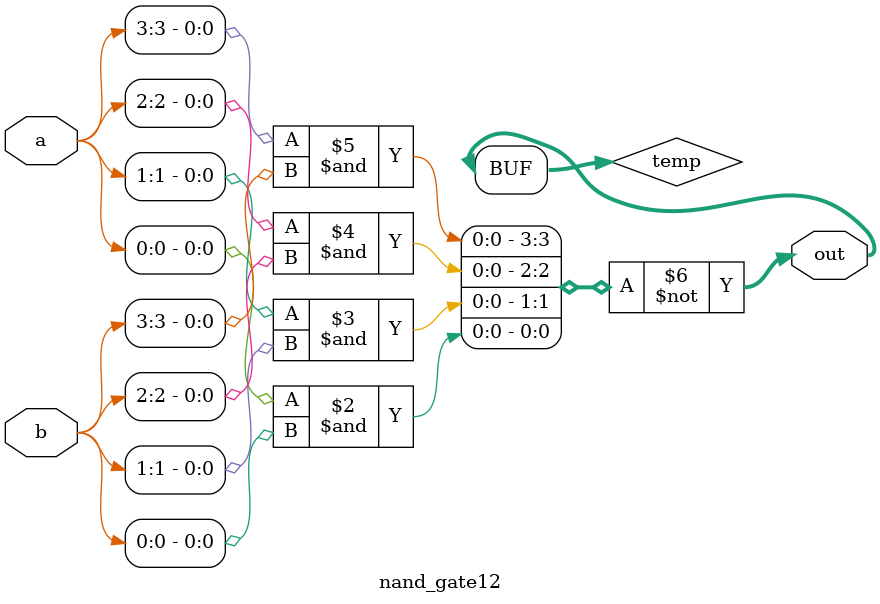
<source format=v>
module nand_gate12 (
    input wire [3:0] a,
    input wire [3:0] b,
    output wire [3:0] out
);

    reg [3:0] temp;
    always @(*) begin
        temp = ~( {a[3] & b[3], a[2] & b[2], a[1] & b[1], a[0] & b[0]} );
    end

    assign out = temp;
endmodule
</source>
